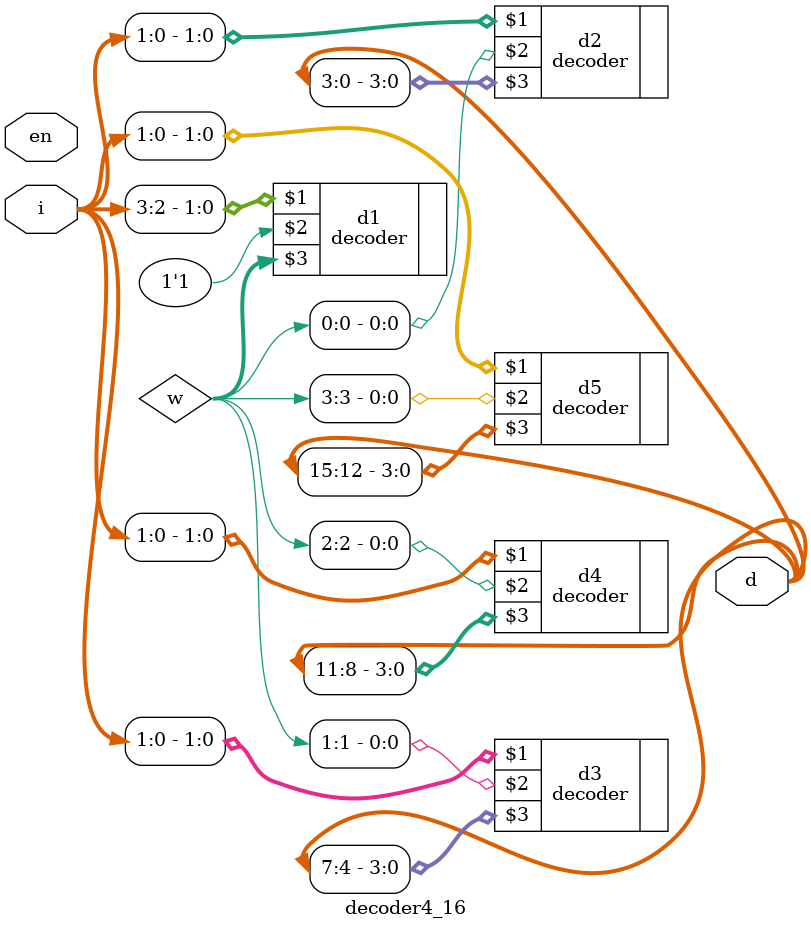
<source format=v>
`include"decoder2_4.v"
module decoder4_16(i,en,d);
  input [3:0] i;
  output [15:0] d;
  input en;
  wire [3:0] w;

  decoder d1(i[3:2],1'b1,w);  
  decoder d2(i[1:0],w[0],d[3:0]);
  decoder d3(i[1:0],w[1],d[7:4]);
  decoder d4(i[1:0],w[2],d[11:8]);
  decoder d5(i[1:0],w[3],d[15:12]);
endmodule
</source>
